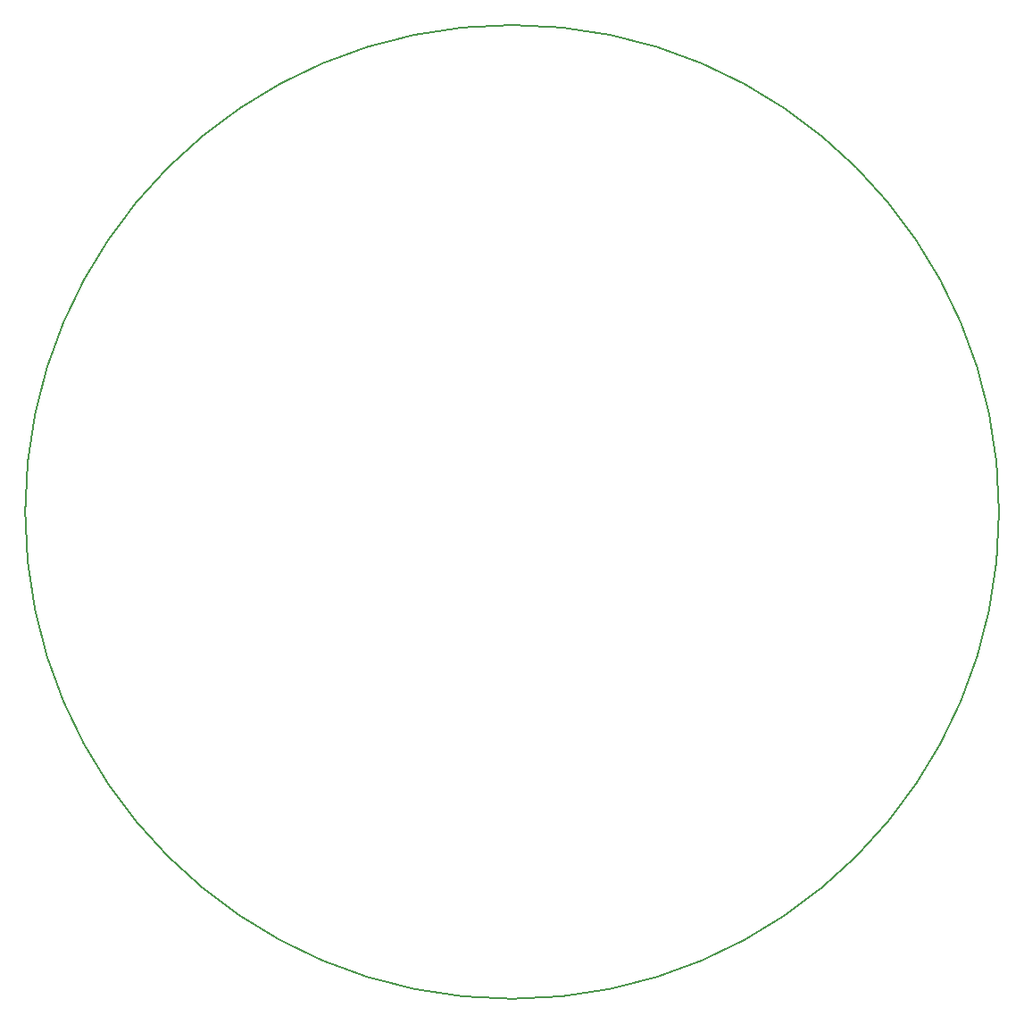
<source format=gbr>
%TF.GenerationSoftware,KiCad,Pcbnew,(5.1.9)-1*%
%TF.CreationDate,2021-04-30T09:58:52+02:00*%
%TF.ProjectId,Smiley2,536d696c-6579-4322-9e6b-696361645f70,rev?*%
%TF.SameCoordinates,Original*%
%TF.FileFunction,Profile,NP*%
%FSLAX46Y46*%
G04 Gerber Fmt 4.6, Leading zero omitted, Abs format (unit mm)*
G04 Created by KiCad (PCBNEW (5.1.9)-1) date 2021-04-30 09:58:52*
%MOMM*%
%LPD*%
G01*
G04 APERTURE LIST*
%TA.AperFunction,Profile*%
%ADD10C,0.150000*%
%TD*%
G04 APERTURE END LIST*
D10*
X45740001Y-50000D02*
G75*
G03*
X45740001Y-50000I-46176334J0D01*
G01*
M02*

</source>
